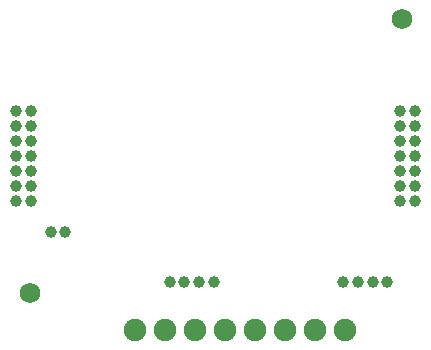
<source format=gbs>
G04*
G04 #@! TF.GenerationSoftware,Altium Limited,Altium Designer,24.5.2 (23)*
G04*
G04 Layer_Color=16711935*
%FSLAX25Y25*%
%MOIN*%
G70*
G04*
G04 #@! TF.SameCoordinates,7B9D950A-14CE-42BF-A02F-5B63482B5899*
G04*
G04*
G04 #@! TF.FilePolarity,Negative*
G04*
G01*
G75*
%ADD40C,0.03937*%
%ADD41C,0.06800*%
%ADD42C,0.03950*%
%ADD43C,0.07493*%
D40*
X-125864Y-168110D02*
D03*
X-140627Y-168110D02*
D03*
X-135706D02*
D03*
X-130785D02*
D03*
X-72911D02*
D03*
X-77832D02*
D03*
X-82753D02*
D03*
X-67989Y-168110D02*
D03*
X-180293Y-151575D02*
D03*
X-175371D02*
D03*
D41*
X-187062Y-171640D02*
D03*
X-62970Y-80315D02*
D03*
D42*
X-186730Y-115984D02*
D03*
X-191730D02*
D03*
X-186730Y-120984D02*
D03*
X-191730D02*
D03*
Y-110984D02*
D03*
X-186730D02*
D03*
Y-130984D02*
D03*
X-191730D02*
D03*
X-186730Y-135984D02*
D03*
X-191730D02*
D03*
X-186730Y-140984D02*
D03*
X-191730D02*
D03*
Y-125984D02*
D03*
X-186730D02*
D03*
X-58698Y-115984D02*
D03*
X-63698D02*
D03*
X-58698Y-120984D02*
D03*
X-63698D02*
D03*
Y-110984D02*
D03*
X-58698D02*
D03*
Y-130984D02*
D03*
X-63698D02*
D03*
X-58698Y-135984D02*
D03*
X-63698D02*
D03*
X-58698Y-140984D02*
D03*
X-63698D02*
D03*
Y-125984D02*
D03*
X-58698D02*
D03*
D43*
X-82104Y-184252D02*
D03*
X-92104D02*
D03*
X-102104D02*
D03*
X-112104D02*
D03*
X-122104D02*
D03*
X-132104D02*
D03*
X-142104D02*
D03*
X-152104D02*
D03*
M02*

</source>
